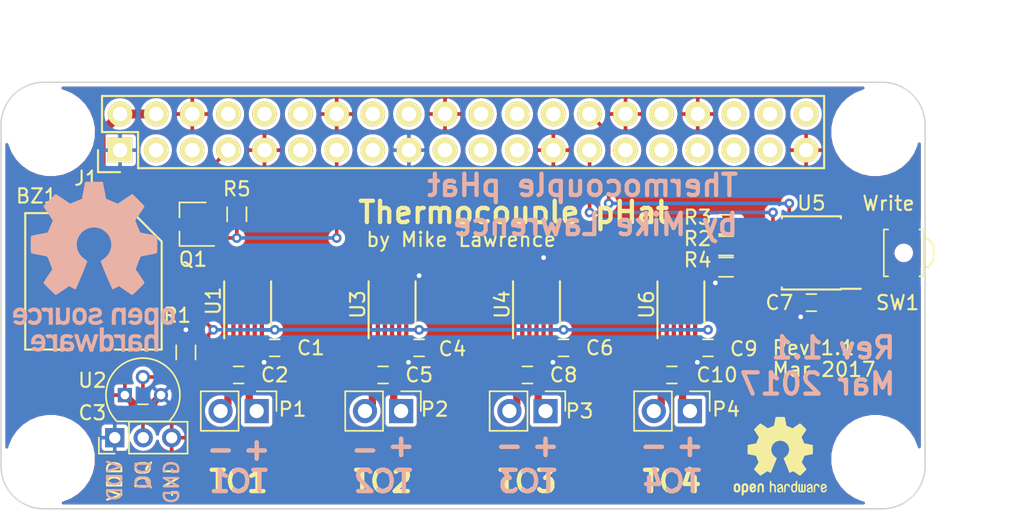
<source format=kicad_pcb>
(kicad_pcb (version 4) (host pcbnew 4.0.5)
  (layers (0 F.Cu signal) (31 B.Cu signal) (34 B.Paste user) (35 F.Paste user) (36 B.SilkS user) (37 F.SilkS user) (38 B.Mask user hide) (39 F.Mask user hide) (44 Edge.Cuts user))
  (net 0 "")
  (net 1 "Net-(J1-Pad36)")
  (net 2 "Net-(J1-Pad40)")
  (net 3 "Net-(J1-Pad38)")
  (net 4 "Net-(J1-Pad18)")
  (net 5 "Net-(J1-Pad24)")
  (net 6 "Net-(J1-Pad22)")
  (net 7 "Net-(J1-Pad32)")
  (net 8 "Net-(J1-Pad26)")
  (net 9 "Net-(J1-Pad12)")
  (net 10 "Net-(J1-Pad16)")
  (net 11 "Net-(J1-Pad37)")
  (net 12 "Net-(J1-Pad33)")
  (net 13 "Net-(J1-Pad35)")
  (net 14 "Net-(J1-Pad31)")
  (net 15 "Net-(J1-Pad23)")
  (net 16 "Net-(J1-Pad21)")
  (net 17 "Net-(J1-Pad19)")
  (net 18 "Net-(J1-Pad3)")
  (net 19 "Net-(J1-Pad5)")
  (net 20 "Net-(J1-Pad15)")
  (net 21 "Net-(J1-Pad11)")
  (net 22 GND)
  (net 23 +3V3)
  (net 24 /ID_SC)
  (net 25 /ID_SD)
  (net 26 /W1)
  (net 27 "Net-(R4-Pad2)")
  (net 28 /TC1-)
  (net 29 /TC1+)
  (net 30 "Net-(U1-Pad11)")
  (net 31 /TC2-)
  (net 32 /TC2+)
  (net 33 "Net-(U3-Pad11)")
  (net 34 /TC3-)
  (net 35 /TC3+)
  (net 36 "Net-(U4-Pad11)")
  (net 37 /TC4-)
  (net 38 /TC4+)
  (net 39 "Net-(U6-Pad11)")
  (net 40 +5V)
  (net 41 "Net-(BZ1-Pad2)")
  (net 42 /ALERT)
  (net 43 "Net-(J1-Pad29)")
  (net 44 "Net-(J1-Pad10)")
  (net 45 "Net-(J1-Pad8)")
  (module Capacitors_SMD:C_0603 (layer F.Cu) (at 29.21 45.085 180)
    (fp_text reference C2 (at -2.54 0 180) (layer F.SilkS))
    (fp_text value 10nF hide)
    (pad 1 smd rect (at -0.75 0 180) (size 0.8 0.75) (layers F.Cu F.Paste F.Mask) (net 29 /TC1+))
    (pad 2 smd rect (at 0.75 0 180) (size 0.8 0.75) (layers F.Cu F.Paste F.Mask) (net 28 /TC1-))
  )
  (module Pin_Headers:Pin_Header_Straight_1x02_Pitch2.54mm (layer F.Cu) (at 60.96 47.625 270)
    (fp_text reference P4 (at -0.125 -2.54 360) (layer F.SilkS))
    (fp_text value CONN_01X02 hide)
    (pad 1 thru_hole rect (at 0 0 270) (size 1.7 1.7) (drill 1) (layers *.Cu *.Mask) (net 38 /TC4+))
    (pad 2 thru_hole oval (at 0 2.54 270) (size 1.7 1.7) (drill 1) (layers *.Cu *.Mask) (net 37 /TC4-))
  )
  (module Housings_DFN_QFN_ML:TDFN-10-1EP_3x4mm_Pitch0.5mm (layer F.Cu) (at 29.845 40.005 90)
    (fp_text reference U1 (at 0.127 -2.413 270) (layer F.SilkS))
    (fp_text value MAX31850K hide)
    (pad 1 smd rect (at -1.92 -1 90) (size 0.79 0.3) (layers F.Cu F.Paste F.Mask) (net 22 GND))
    (pad 2 smd rect (at -1.92 -0.5 90) (size 0.79 0.3) (layers F.Cu F.Paste F.Mask) (net 28 /TC1-))
    (pad 3 smd rect (at -1.92 0 90) (size 0.79 0.3) (layers F.Cu F.Paste F.Mask) (net 29 /TC1+))
    (pad 4 smd rect (at -1.92 0.5 90) (size 0.79 0.3) (layers F.Cu F.Paste F.Mask) (net 23 +3V3))
    (pad 5 smd rect (at -1.92 1 90) (size 0.79 0.3) (layers F.Cu F.Paste F.Mask) (net 26 /W1))
    (pad 6 smd rect (at 1.92 1 90) (size 0.79 0.3) (layers F.Cu F.Paste F.Mask) (net 22 GND))
    (pad 7 smd rect (at 1.92 0.5 90) (size 0.79 0.3) (layers F.Cu F.Paste F.Mask) (net 22 GND))
    (pad 8 smd rect (at 1.92 0 90) (size 0.79 0.3) (layers F.Cu F.Paste F.Mask) (net 22 GND))
    (pad 9 smd rect (at 1.92 -0.5 90) (size 0.79 0.3) (layers F.Cu F.Paste F.Mask) (net 22 GND))
    (pad 10 smd rect (at 1.92 -1 90) (size 0.79 0.3) (layers F.Cu F.Paste F.Mask))
    (pad 11 smd rect (at 0.65 0.575 90) (size 1.3 1.15) (layers F.Cu F.Paste F.Mask) (net 30 "Net-(U1-Pad11)"))
    (pad 11 smd rect (at 0.65 -0.575 90) (size 1.3 1.15) (layers F.Cu F.Paste F.Mask) (net 30 "Net-(U1-Pad11)"))
    (pad 11 smd rect (at -0.65 0.575 90) (size 1.3 1.15) (layers F.Cu F.Paste F.Mask) (net 30 "Net-(U1-Pad11)"))
    (pad 11 smd rect (at -0.65 -0.575 90) (size 1.3 1.15) (layers F.Cu F.Paste F.Mask) (net 30 "Net-(U1-Pad11)"))
  )
  (module RPi_Hat:RPi_Hat_Mounting_Hole (layer F.Cu) (at 16 51)
    (fp_text reference "" hide)
    (fp_text value "" hide)
    (pad "" np_thru_hole circle (at 0 0) (size 2.75 2.75) (drill 2.75) (layers *.Cu *.Mask) (clearance 1.725))
  )
  (module RPi_Hat:RPi_Hat_Mounting_Hole (layer F.Cu) (at 74 28)
    (fp_text reference "" hide)
    (fp_text value "" hide)
    (pad "" np_thru_hole circle (at 0 0) (size 2.75 2.75) (drill 2.75) (layers *.Cu *.Mask) (clearance 1.725))
  )
  (module RPi_Hat:RPi_Hat_Mounting_Hole (layer F.Cu) (at 74 51)
    (fp_text reference "" hide)
    (fp_text value "" hide)
    (pad "" np_thru_hole circle (at 0 0) (size 2.75 2.75) (drill 2.75) (layers *.Cu *.Mask) (clearance 1.725))
  )
  (module RPi_Hat:RPi_Hat_Mounting_Hole (layer F.Cu) (at 16 28)
    (fp_text reference "" hide)
    (fp_text value "" hide)
    (pad "" np_thru_hole circle (at 0 0) (size 2.75 2.75) (drill 2.75) (layers *.Cu *.Mask) (clearance 1.725))
  )
  (module Capacitors_SMD:C_0603 (layer F.Cu) (at 31.75 43.18 180)
    (fp_text reference C1 (at -2.54 0 180) (layer F.SilkS))
    (fp_text value 0.1uF hide)
    (pad 1 smd rect (at -0.75 0 180) (size 0.8 0.75) (layers F.Cu F.Paste F.Mask) (net 22 GND))
    (pad 2 smd rect (at 0.75 0 180) (size 0.8 0.75) (layers F.Cu F.Paste F.Mask) (net 23 +3V3))
  )
  (module Capacitors_SMD:C_0603 (layer F.Cu) (at 41.91 43.18 180)
    (fp_text reference C4 (at -2.34 -0.07 180) (layer F.SilkS))
    (fp_text value 0.1uF hide)
    (pad 1 smd rect (at -0.75 0 180) (size 0.8 0.75) (layers F.Cu F.Paste F.Mask) (net 22 GND))
    (pad 2 smd rect (at 0.75 0 180) (size 0.8 0.75) (layers F.Cu F.Paste F.Mask) (net 23 +3V3))
  )
  (module Capacitors_SMD:C_0603 (layer F.Cu) (at 39.37 45.085 180)
    (fp_text reference C5 (at -2.54 0 180) (layer F.SilkS))
    (fp_text value 10nF hide)
    (pad 1 smd rect (at -0.75 0 180) (size 0.8 0.75) (layers F.Cu F.Paste F.Mask) (net 32 /TC2+))
    (pad 2 smd rect (at 0.75 0 180) (size 0.8 0.75) (layers F.Cu F.Paste F.Mask) (net 31 /TC2-))
  )
  (module Capacitors_SMD:C_0603 (layer F.Cu) (at 52.07 43.18 180)
    (fp_text reference C6 (at -2.54 0 180) (layer F.SilkS))
    (fp_text value 0.1uF hide)
    (pad 1 smd rect (at -0.75 0 180) (size 0.8 0.75) (layers F.Cu F.Paste F.Mask) (net 22 GND))
    (pad 2 smd rect (at 0.75 0 180) (size 0.8 0.75) (layers F.Cu F.Paste F.Mask) (net 23 +3V3))
  )
  (module Capacitors_SMD:C_0603 (layer F.Cu) (at 69.5 40)
    (fp_text reference C7 (at -2.25 0) (layer F.SilkS))
    (fp_text value 0.1uF hide)
    (pad 1 smd rect (at -0.75 0) (size 0.8 0.75) (layers F.Cu F.Paste F.Mask) (net 23 +3V3))
    (pad 2 smd rect (at 0.75 0) (size 0.8 0.75) (layers F.Cu F.Paste F.Mask) (net 22 GND))
  )
  (module Capacitors_SMD:C_0603 (layer F.Cu) (at 49.53 45.085 180)
    (fp_text reference C8 (at -2.54 0 180) (layer F.SilkS))
    (fp_text value 10nF hide)
    (pad 1 smd rect (at -0.75 0 180) (size 0.8 0.75) (layers F.Cu F.Paste F.Mask) (net 35 /TC3+))
    (pad 2 smd rect (at 0.75 0 180) (size 0.8 0.75) (layers F.Cu F.Paste F.Mask) (net 34 /TC3-))
  )
  (module Capacitors_SMD:C_0603 (layer F.Cu) (at 62.23 43.18 180)
    (fp_text reference C9 (at -2.52 -0.07 180) (layer F.SilkS))
    (fp_text value 0.1uF hide)
    (pad 1 smd rect (at -0.75 0 180) (size 0.8 0.75) (layers F.Cu F.Paste F.Mask) (net 22 GND))
    (pad 2 smd rect (at 0.75 0 180) (size 0.8 0.75) (layers F.Cu F.Paste F.Mask) (net 23 +3V3))
  )
  (module Capacitors_SMD:C_0603 (layer F.Cu) (at 59.69 45.085 180)
    (fp_text reference C10 (at -3.175 0 180) (layer F.SilkS))
    (fp_text value 10nF hide)
    (pad 1 smd rect (at -0.75 0 180) (size 0.8 0.75) (layers F.Cu F.Paste F.Mask) (net 38 /TC4+))
    (pad 2 smd rect (at 0.75 0 180) (size 0.8 0.75) (layers F.Cu F.Paste F.Mask) (net 37 /TC4-))
  )
  (module Resistors_SMD:R_0603 (layer F.Cu) (at 25.5 43.5 90)
    (fp_text reference R1 (at 2.606 -0.608 180) (layer F.SilkS))
    (fp_text value 4.7k hide)
    (pad 1 smd rect (at -0.75 0 90) (size 0.5 0.9) (layers F.Cu F.Paste F.Mask) (net 26 /W1))
    (pad 2 smd rect (at 0.75 0 90) (size 0.5 0.9) (layers F.Cu F.Paste F.Mask) (net 23 +3V3))
  )
  (module Resistors_SMD:R_0603 (layer F.Cu) (at 63.5 36)
    (fp_text reference R2 (at -2 -0.5) (layer F.SilkS))
    (fp_text value 3.9k hide)
    (pad 1 smd rect (at -0.75 0) (size 0.5 0.9) (layers F.Cu F.Paste F.Mask) (net 23 +3V3))
    (pad 2 smd rect (at 0.75 0) (size 0.5 0.9) (layers F.Cu F.Paste F.Mask) (net 24 /ID_SC))
  )
  (module Resistors_SMD:R_0603 (layer F.Cu) (at 63.5 34.5)
    (fp_text reference R3 (at -2 -0.5) (layer F.SilkS))
    (fp_text value 3.9k hide)
    (pad 1 smd rect (at -0.75 0) (size 0.5 0.9) (layers F.Cu F.Paste F.Mask) (net 23 +3V3))
    (pad 2 smd rect (at 0.75 0) (size 0.5 0.9) (layers F.Cu F.Paste F.Mask) (net 25 /ID_SD))
  )
  (module Resistors_SMD:R_0603 (layer F.Cu) (at 63.5 37.5)
    (fp_text reference R4 (at -2 -0.5) (layer F.SilkS))
    (fp_text value 1k hide)
    (pad 1 smd rect (at -0.75 0) (size 0.5 0.9) (layers F.Cu F.Paste F.Mask) (net 23 +3V3))
    (pad 2 smd rect (at 0.75 0) (size 0.5 0.9) (layers F.Cu F.Paste F.Mask) (net 27 "Net-(R4-Pad2)"))
  )
  (module Buttons_Switches_SMD:SW_SPST_B3U-3000P-B (layer F.Cu) (at 76 36.5 270)
    (fp_text reference SW1 (at 3.505 0.435 540) (layer F.SilkS))
    (fp_text value Write hide)
    (pad 1 smd rect (at -1.7 0 270) (size 0.9 1.7) (layers F.Cu F.Paste F.Mask) (net 27 "Net-(R4-Pad2)"))
    (pad 2 smd rect (at 1.7 0 270) (size 0.9 1.7) (layers F.Cu F.Paste F.Mask) (net 22 GND))
    (pad "" np_thru_hole circle (at 0 0 270) (size 0.8 0.8) (drill 0.8) (layers *.Cu *.Mask))
  )
  (module Housings_DFN_QFN_ML:TDFN-10-1EP_3x4mm_Pitch0.5mm (layer F.Cu) (at 40.005 40.005 90)
    (fp_text reference U3 (at -0.127 -2.413 270) (layer F.SilkS))
    (fp_text value MAX31850K hide)
    (pad 1 smd rect (at -1.92 -1 90) (size 0.79 0.3) (layers F.Cu F.Paste F.Mask) (net 22 GND))
    (pad 2 smd rect (at -1.92 -0.5 90) (size 0.79 0.3) (layers F.Cu F.Paste F.Mask) (net 31 /TC2-))
    (pad 3 smd rect (at -1.92 0 90) (size 0.79 0.3) (layers F.Cu F.Paste F.Mask) (net 32 /TC2+))
    (pad 4 smd rect (at -1.92 0.5 90) (size 0.79 0.3) (layers F.Cu F.Paste F.Mask) (net 23 +3V3))
    (pad 5 smd rect (at -1.92 1 90) (size 0.79 0.3) (layers F.Cu F.Paste F.Mask) (net 26 /W1))
    (pad 6 smd rect (at 1.92 1 90) (size 0.79 0.3) (layers F.Cu F.Paste F.Mask) (net 23 +3V3))
    (pad 7 smd rect (at 1.92 0.5 90) (size 0.79 0.3) (layers F.Cu F.Paste F.Mask) (net 22 GND))
    (pad 8 smd rect (at 1.92 0 90) (size 0.79 0.3) (layers F.Cu F.Paste F.Mask) (net 22 GND))
    (pad 9 smd rect (at 1.92 -0.5 90) (size 0.79 0.3) (layers F.Cu F.Paste F.Mask) (net 22 GND))
    (pad 10 smd rect (at 1.92 -1 90) (size 0.79 0.3) (layers F.Cu F.Paste F.Mask))
    (pad 11 smd rect (at 0.65 0.575 90) (size 1.3 1.15) (layers F.Cu F.Paste F.Mask) (net 33 "Net-(U3-Pad11)"))
    (pad 11 smd rect (at 0.65 -0.575 90) (size 1.3 1.15) (layers F.Cu F.Paste F.Mask) (net 33 "Net-(U3-Pad11)"))
    (pad 11 smd rect (at -0.65 0.575 90) (size 1.3 1.15) (layers F.Cu F.Paste F.Mask) (net 33 "Net-(U3-Pad11)"))
    (pad 11 smd rect (at -0.65 -0.575 90) (size 1.3 1.15) (layers F.Cu F.Paste F.Mask) (net 33 "Net-(U3-Pad11)"))
  )
  (module Housings_DFN_QFN_ML:TDFN-10-1EP_3x4mm_Pitch0.5mm (layer F.Cu) (at 50.165 40 90)
    (fp_text reference U4 (at -0.132 -2.413 270) (layer F.SilkS))
    (fp_text value MAX31850K hide)
    (pad 1 smd rect (at -1.92 -1 90) (size 0.79 0.3) (layers F.Cu F.Paste F.Mask) (net 22 GND))
    (pad 2 smd rect (at -1.92 -0.5 90) (size 0.79 0.3) (layers F.Cu F.Paste F.Mask) (net 34 /TC3-))
    (pad 3 smd rect (at -1.92 0 90) (size 0.79 0.3) (layers F.Cu F.Paste F.Mask) (net 35 /TC3+))
    (pad 4 smd rect (at -1.92 0.5 90) (size 0.79 0.3) (layers F.Cu F.Paste F.Mask) (net 23 +3V3))
    (pad 5 smd rect (at -1.92 1 90) (size 0.79 0.3) (layers F.Cu F.Paste F.Mask) (net 26 /W1))
    (pad 6 smd rect (at 1.92 1 90) (size 0.79 0.3) (layers F.Cu F.Paste F.Mask) (net 22 GND))
    (pad 7 smd rect (at 1.92 0.5 90) (size 0.79 0.3) (layers F.Cu F.Paste F.Mask) (net 23 +3V3))
    (pad 8 smd rect (at 1.92 0 90) (size 0.79 0.3) (layers F.Cu F.Paste F.Mask) (net 22 GND))
    (pad 9 smd rect (at 1.92 -0.5 90) (size 0.79 0.3) (layers F.Cu F.Paste F.Mask) (net 22 GND))
    (pad 10 smd rect (at 1.92 -1 90) (size 0.79 0.3) (layers F.Cu F.Paste F.Mask))
    (pad 11 smd rect (at 0.65 0.575 90) (size 1.3 1.15) (layers F.Cu F.Paste F.Mask) (net 36 "Net-(U4-Pad11)"))
    (pad 11 smd rect (at 0.65 -0.575 90) (size 1.3 1.15) (layers F.Cu F.Paste F.Mask) (net 36 "Net-(U4-Pad11)"))
    (pad 11 smd rect (at -0.65 0.575 90) (size 1.3 1.15) (layers F.Cu F.Paste F.Mask) (net 36 "Net-(U4-Pad11)"))
    (pad 11 smd rect (at -0.65 -0.575 90) (size 1.3 1.15) (layers F.Cu F.Paste F.Mask) (net 36 "Net-(U4-Pad11)"))
  )
  (module Housings_SOIC:SOIC-8_3.9x4.9mm_Pitch1.27mm (layer F.Cu) (at 69.5 36.5 180)
    (fp_text reference U5 (at 0 3.5 180) (layer F.SilkS))
    (fp_text value AT24CS32 hide)
    (pad 1 smd rect (at -2.7 -1.905 180) (size 1.55 0.6) (layers F.Cu F.Paste F.Mask) (net 22 GND))
    (pad 2 smd rect (at -2.7 -0.635 180) (size 1.55 0.6) (layers F.Cu F.Paste F.Mask) (net 22 GND))
    (pad 3 smd rect (at -2.7 0.635 180) (size 1.55 0.6) (layers F.Cu F.Paste F.Mask) (net 22 GND))
    (pad 4 smd rect (at -2.7 1.905 180) (size 1.55 0.6) (layers F.Cu F.Paste F.Mask) (net 22 GND))
    (pad 5 smd rect (at 2.7 1.905 180) (size 1.55 0.6) (layers F.Cu F.Paste F.Mask) (net 25 /ID_SD))
    (pad 6 smd rect (at 2.7 0.635 180) (size 1.55 0.6) (layers F.Cu F.Paste F.Mask) (net 24 /ID_SC))
    (pad 7 smd rect (at 2.7 -0.635 180) (size 1.55 0.6) (layers F.Cu F.Paste F.Mask) (net 27 "Net-(R4-Pad2)"))
    (pad 8 smd rect (at 2.7 -1.905 180) (size 1.55 0.6) (layers F.Cu F.Paste F.Mask) (net 23 +3V3))
  )
  (module Housings_DFN_QFN_ML:TDFN-10-1EP_3x4mm_Pitch0.5mm (layer F.Cu) (at 60.325 40.005 90)
    (fp_text reference U6 (at -0.127 -2.413 270) (layer F.SilkS))
    (fp_text value MAX31850K hide)
    (pad 1 smd rect (at -1.92 -1 90) (size 0.79 0.3) (layers F.Cu F.Paste F.Mask) (net 22 GND))
    (pad 2 smd rect (at -1.92 -0.5 90) (size 0.79 0.3) (layers F.Cu F.Paste F.Mask) (net 37 /TC4-))
    (pad 3 smd rect (at -1.92 0 90) (size 0.79 0.3) (layers F.Cu F.Paste F.Mask) (net 38 /TC4+))
    (pad 4 smd rect (at -1.92 0.5 90) (size 0.79 0.3) (layers F.Cu F.Paste F.Mask) (net 23 +3V3))
    (pad 5 smd rect (at -1.92 1 90) (size 0.79 0.3) (layers F.Cu F.Paste F.Mask) (net 26 /W1))
    (pad 6 smd rect (at 1.92 1 90) (size 0.79 0.3) (layers F.Cu F.Paste F.Mask) (net 23 +3V3))
    (pad 7 smd rect (at 1.92 0.5 90) (size 0.79 0.3) (layers F.Cu F.Paste F.Mask) (net 23 +3V3))
    (pad 8 smd rect (at 1.92 0 90) (size 0.79 0.3) (layers F.Cu F.Paste F.Mask) (net 22 GND))
    (pad 9 smd rect (at 1.92 -0.5 90) (size 0.79 0.3) (layers F.Cu F.Paste F.Mask) (net 22 GND))
    (pad 10 smd rect (at 1.92 -1 90) (size 0.79 0.3) (layers F.Cu F.Paste F.Mask))
    (pad 11 smd rect (at 0.65 0.575 90) (size 1.3 1.15) (layers F.Cu F.Paste F.Mask) (net 39 "Net-(U6-Pad11)"))
    (pad 11 smd rect (at 0.65 -0.575 90) (size 1.3 1.15) (layers F.Cu F.Paste F.Mask) (net 39 "Net-(U6-Pad11)"))
    (pad 11 smd rect (at -0.65 0.575 90) (size 1.3 1.15) (layers F.Cu F.Paste F.Mask) (net 39 "Net-(U6-Pad11)"))
    (pad 11 smd rect (at -0.65 -0.575 90) (size 1.3 1.15) (layers F.Cu F.Paste F.Mask) (net 39 "Net-(U6-Pad11)"))
  )
  (module Pin_Headers:Pin_Header_Straight_1x02_Pitch2.54mm (layer F.Cu) (at 30.48 47.625 270)
    (fp_text reference P1 (at -0.125 -2.52 540) (layer F.SilkS))
    (fp_text value CONN_01X02 hide)
    (pad 1 thru_hole rect (at 0 0 270) (size 1.7 1.7) (drill 1) (layers *.Cu *.Mask) (net 29 /TC1+))
    (pad 2 thru_hole oval (at 0 2.54 270) (size 1.7 1.7) (drill 1) (layers *.Cu *.Mask) (net 28 /TC1-))
  )
  (module Pin_Headers:Pin_Header_Straight_1x02_Pitch2.54mm (layer F.Cu) (at 40.64 47.625 270)
    (fp_text reference P2 (at -0.125 -2.36 360) (layer F.SilkS))
    (fp_text value CONN_01X02 hide)
    (pad 1 thru_hole rect (at 0 0 270) (size 1.7 1.7) (drill 1) (layers *.Cu *.Mask) (net 32 /TC2+))
    (pad 2 thru_hole oval (at 0 2.54 270) (size 1.7 1.7) (drill 1) (layers *.Cu *.Mask) (net 31 /TC2-))
  )
  (module Pin_Headers:Pin_Header_Straight_1x02_Pitch2.54mm (layer F.Cu) (at 50.8 47.625 270)
    (fp_text reference P3 (at 0 -2.39 360) (layer F.SilkS))
    (fp_text value CONN_01X02 hide)
    (pad 1 thru_hole rect (at 0 0 270) (size 1.7 1.7) (drill 1) (layers *.Cu *.Mask) (net 35 /TC3+))
    (pad 2 thru_hole oval (at 0 2.54 270) (size 1.7 1.7) (drill 1) (layers *.Cu *.Mask) (net 34 /TC3-))
  )
  (module Pin_Headers:Pin_Header_Straight_1x03_Pitch2.00mm (layer F.Cu) (at 20.5 49.5 90)
    (fp_text reference P6 hide)
    (fp_text value CONN_01X03 hide)
    (pad 1 thru_hole rect (at 0 0 90) (size 1.35 1.35) (drill 0.8) (layers *.Cu *.Mask) (net 23 +3V3))
    (pad 2 thru_hole oval (at 0 2 90) (size 1.35 1.35) (drill 0.8) (layers *.Cu *.Mask) (net 26 /W1))
    (pad 3 thru_hole oval (at 0 4 90) (size 1.35 1.35) (drill 0.8) (layers *.Cu *.Mask) (net 22 GND))
  )
  (module cui-ml:CMI-9655S-SMT (layer F.Cu) (at 19 38.5 90)
    (fp_text reference BZ1 (at 6 -4 180) (layer F.SilkS))
    (fp_text value Buzzer hide)
    (pad 1 smd rect (at -4 0 90) (size 3 2.5) (layers F.Cu F.Paste F.Mask) (net 40 +5V))
    (pad 2 smd rect (at 4 0 90) (size 3 2.5) (layers F.Cu F.Paste F.Mask) (net 41 "Net-(BZ1-Pad2)"))
  )
  (module TO_SOT_Packages_SMD:TSOT-23 (layer F.Cu) (at 26 34.5 180)
    (fp_text reference Q1 (at 0 -2.45 180) (layer F.SilkS))
    (fp_text value NUD3124 hide)
    (pad 1 smd rect (at -1.31 -0.95 180) (size 1.22 0.65) (layers F.Cu F.Paste F.Mask) (net 42 /ALERT))
    (pad 2 smd rect (at -1.31 0.95 180) (size 1.22 0.65) (layers F.Cu F.Paste F.Mask) (net 22 GND))
    (pad 3 smd rect (at 1.31 0 180) (size 1.22 0.65) (layers F.Cu F.Paste F.Mask) (net 41 "Net-(BZ1-Pad2)"))
  )
  (module Symbols:OSHW-Logo2_7.3x6mm_SilkScreen (layer F.Cu) (at 67.31 50.8)
    (fp_text reference REF*** hide)
    (fp_text value OSHW-Logo2_7.3x6mm_SilkScreen hide)
  )
  (module Symbols:OSHW-Logo_11.4x12mm_SilkScreen (layer B.Cu) (at 19.05 37.465 180)
    (fp_text reference REF*** hide)
    (fp_text value OSHW-Logo_11.4x12mm_SilkScreen hide)
  )
  (module raspberry-ml:Pin_Header_Straight_2x20 (layer F.Cu) (at 45 28 90)
    (fp_text reference J1 (at -3.25 -26.5 360) (layer F.SilkS))
    (fp_text value RPi_GPIO hide)
    (pad 1 thru_hole rect (at -1.27 -24.13 90) (size 1.7272 1.7272) (drill 1.016) (layers *.Cu *.Mask F.SilkS) (net 23 +3V3))
    (pad 2 thru_hole oval (at 1.27 -24.13 90) (size 1.7272 1.7272) (drill 1.016) (layers *.Cu *.Mask F.SilkS) (net 40 +5V))
    (pad 3 thru_hole oval (at -1.27 -21.59 90) (size 1.7272 1.7272) (drill 1.016) (layers *.Cu *.Mask F.SilkS) (net 18 "Net-(J1-Pad3)"))
    (pad 4 thru_hole oval (at 1.27 -21.59 90) (size 1.7272 1.7272) (drill 1.016) (layers *.Cu *.Mask F.SilkS) (net 40 +5V))
    (pad 5 thru_hole oval (at -1.27 -19.05 90) (size 1.7272 1.7272) (drill 1.016) (layers *.Cu *.Mask F.SilkS) (net 19 "Net-(J1-Pad5)"))
    (pad 6 thru_hole oval (at 1.27 -19.05 90) (size 1.7272 1.7272) (drill 1.016) (layers *.Cu *.Mask F.SilkS) (net 22 GND))
    (pad 7 thru_hole oval (at -1.27 -16.51 90) (size 1.7272 1.7272) (drill 1.016) (layers *.Cu *.Mask F.SilkS) (net 26 /W1))
    (pad 8 thru_hole oval (at 1.27 -16.51 90) (size 1.7272 1.7272) (drill 1.016) (layers *.Cu *.Mask F.SilkS) (net 45 "Net-(J1-Pad8)"))
    (pad 9 thru_hole oval (at -1.27 -13.97 90) (size 1.7272 1.7272) (drill 1.016) (layers *.Cu *.Mask F.SilkS) (net 22 GND))
    (pad 10 thru_hole oval (at 1.27 -13.97 90) (size 1.7272 1.7272) (drill 1.016) (layers *.Cu *.Mask F.SilkS) (net 44 "Net-(J1-Pad10)"))
    (pad 11 thru_hole oval (at -1.27 -11.43 90) (size 1.7272 1.7272) (drill 1.016) (layers *.Cu *.Mask F.SilkS) (net 21 "Net-(J1-Pad11)"))
    (pad 12 thru_hole oval (at 1.27 -11.43 90) (size 1.7272 1.7272) (drill 1.016) (layers *.Cu *.Mask F.SilkS) (net 9 "Net-(J1-Pad12)"))
    (pad 13 thru_hole oval (at -1.27 -8.89 90) (size 1.7272 1.7272) (drill 1.016) (layers *.Cu *.Mask F.SilkS) (net 42 /ALERT))
    (pad 14 thru_hole oval (at 1.27 -8.89 90) (size 1.7272 1.7272) (drill 1.016) (layers *.Cu *.Mask F.SilkS) (net 22 GND))
    (pad 15 thru_hole oval (at -1.27 -6.35 90) (size 1.7272 1.7272) (drill 1.016) (layers *.Cu *.Mask F.SilkS) (net 20 "Net-(J1-Pad15)"))
    (pad 16 thru_hole oval (at 1.27 -6.35 90) (size 1.7272 1.7272) (drill 1.016) (layers *.Cu *.Mask F.SilkS) (net 10 "Net-(J1-Pad16)"))
    (pad 17 thru_hole oval (at -1.27 -3.81 90) (size 1.7272 1.7272) (drill 1.016) (layers *.Cu *.Mask F.SilkS) (net 23 +3V3))
    (pad 18 thru_hole oval (at 1.27 -3.81 90) (size 1.7272 1.7272) (drill 1.016) (layers *.Cu *.Mask F.SilkS) (net 4 "Net-(J1-Pad18)"))
    (pad 19 thru_hole oval (at -1.27 -1.27 90) (size 1.7272 1.7272) (drill 1.016) (layers *.Cu *.Mask F.SilkS) (net 17 "Net-(J1-Pad19)"))
    (pad 20 thru_hole oval (at 1.27 -1.27 90) (size 1.7272 1.7272) (drill 1.016) (layers *.Cu *.Mask F.SilkS) (net 22 GND))
    (pad 21 thru_hole oval (at -1.27 1.27 90) (size 1.7272 1.7272) (drill 1.016) (layers *.Cu *.Mask F.SilkS) (net 16 "Net-(J1-Pad21)"))
    (pad 22 thru_hole oval (at 1.27 1.27 90) (size 1.7272 1.7272) (drill 1.016) (layers *.Cu *.Mask F.SilkS) (net 6 "Net-(J1-Pad22)"))
    (pad 23 thru_hole oval (at -1.27 3.81 90) (size 1.7272 1.7272) (drill 1.016) (layers *.Cu *.Mask F.SilkS) (net 15 "Net-(J1-Pad23)"))
    (pad 24 thru_hole oval (at 1.27 3.81 90) (size 1.7272 1.7272) (drill 1.016) (layers *.Cu *.Mask F.SilkS) (net 5 "Net-(J1-Pad24)"))
    (pad 25 thru_hole oval (at -1.27 6.35 90) (size 1.7272 1.7272) (drill 1.016) (layers *.Cu *.Mask F.SilkS) (net 22 GND))
    (pad 26 thru_hole oval (at 1.27 6.35 90) (size 1.7272 1.7272) (drill 1.016) (layers *.Cu *.Mask F.SilkS) (net 8 "Net-(J1-Pad26)"))
    (pad 27 thru_hole oval (at -1.27 8.89 90) (size 1.7272 1.7272) (drill 1.016) (layers *.Cu *.Mask F.SilkS) (net 25 /ID_SD))
    (pad 28 thru_hole oval (at 1.27 8.89 90) (size 1.7272 1.7272) (drill 1.016) (layers *.Cu *.Mask F.SilkS) (net 24 /ID_SC))
    (pad 29 thru_hole oval (at -1.27 11.43 90) (size 1.7272 1.7272) (drill 1.016) (layers *.Cu *.Mask F.SilkS) (net 43 "Net-(J1-Pad29)"))
    (pad 30 thru_hole oval (at 1.27 11.43 90) (size 1.7272 1.7272) (drill 1.016) (layers *.Cu *.Mask F.SilkS) (net 22 GND))
    (pad 31 thru_hole oval (at -1.27 13.97 90) (size 1.7272 1.7272) (drill 1.016) (layers *.Cu *.Mask F.SilkS) (net 14 "Net-(J1-Pad31)"))
    (pad 32 thru_hole oval (at 1.27 13.97 90) (size 1.7272 1.7272) (drill 1.016) (layers *.Cu *.Mask F.SilkS) (net 7 "Net-(J1-Pad32)"))
    (pad 33 thru_hole oval (at -1.27 16.51 90) (size 1.7272 1.7272) (drill 1.016) (layers *.Cu *.Mask F.SilkS) (net 12 "Net-(J1-Pad33)"))
    (pad 34 thru_hole oval (at 1.27 16.51 90) (size 1.7272 1.7272) (drill 1.016) (layers *.Cu *.Mask F.SilkS) (net 22 GND))
    (pad 35 thru_hole oval (at -1.27 19.05 90) (size 1.7272 1.7272) (drill 1.016) (layers *.Cu *.Mask F.SilkS) (net 13 "Net-(J1-Pad35)"))
    (pad 36 thru_hole oval (at 1.27 19.05 90) (size 1.7272 1.7272) (drill 1.016) (layers *.Cu *.Mask F.SilkS) (net 1 "Net-(J1-Pad36)"))
    (pad 37 thru_hole oval (at -1.27 21.59 90) (size 1.7272 1.7272) (drill 1.016) (layers *.Cu *.Mask F.SilkS) (net 11 "Net-(J1-Pad37)"))
    (pad 38 thru_hole oval (at 1.27 21.59 90) (size 1.7272 1.7272) (drill 1.016) (layers *.Cu *.Mask F.SilkS) (net 3 "Net-(J1-Pad38)"))
    (pad 39 thru_hole oval (at -1.27 24.13 90) (size 1.7272 1.7272) (drill 1.016) (layers *.Cu *.Mask F.SilkS) (net 22 GND))
    (pad 40 thru_hole oval (at 1.27 24.13 90) (size 1.7272 1.7272) (drill 1.016) (layers *.Cu *.Mask F.SilkS) (net 2 "Net-(J1-Pad40)"))
  )
  (module Capacitors_SMD:C_0603 (layer F.Cu) (at 22.479 47.752)
    (fp_text reference C3 (at -3.556 0 180) (layer F.SilkS))
    (fp_text value 0.1uF hide)
    (pad 1 smd rect (at -0.75 0) (size 0.8 0.75) (layers F.Cu F.Paste F.Mask) (net 22 GND))
    (pad 2 smd rect (at 0.75 0) (size 0.8 0.75) (layers F.Cu F.Paste F.Mask) (net 23 +3V3))
  )
  (module Resistors_SMD:R_0603 (layer F.Cu) (at 29.083 33.782 270)
    (fp_text reference R5 (at -1.778 0 360) (layer F.SilkS))
    (fp_text value 4.7k)
    (pad 1 smd rect (at -0.75 0 270) (size 0.5 0.9) (layers F.Cu F.Paste F.Mask) (net 22 GND))
    (pad 2 smd rect (at 0.75 0 270) (size 0.5 0.9) (layers F.Cu F.Paste F.Mask) (net 42 /ALERT))
  )
  (module TO_SOT_Packages_THT:TO-92_Molded_Narrow (layer F.Cu) (at 21.21 46.5)
    (fp_text reference U2 (at -2.287 -1.034) (layer F.SilkS))
    (fp_text value DS18S20 hide)
    (pad 2 thru_hole circle (at 1.27 -1.27 90) (size 1 1) (drill 0.6) (layers *.Cu *.Mask) (net 26 /W1))
    (pad 3 thru_hole circle (at 2.54 0 90) (size 1 1) (drill 0.6) (layers *.Cu *.Mask) (net 23 +3V3))
    (pad 1 thru_hole rect (at 0 0 90) (size 1 1) (drill 0.6) (layers *.Cu *.Mask) (net 22 GND))
  )
  (gr_text "Thermocouple pHat" (at 37.465 33.655) (layer F.SilkS) (effects (font (size 1.5 1.5) (thickness 0.3)) (justify left)))
  (gr_text Write (at 74.93 33.02) (layer F.SilkS) (effects (font (size 1 1))))
  (gr_text DQ (at 22.5 51 90) (layer B.SilkS) (effects (font (size 1 1)) (justify left mirror)))
  (gr_text GND (at 24.5 51 90) (layer B.SilkS) (effects (font (size 1 1)) (justify left mirror)))
  (gr_text VDD (at 20.5 51 90) (layer B.SilkS) (effects (font (size 1 1)) (justify left mirror)))
  (gr_text TC1 (at 29.21 52.578) (layer B.SilkS) (effects (font (size 1.5 1.5) (thickness 0.3)) (justify mirror)))
  (gr_text - (at 27.94 50.292) (layer B.SilkS) (effects (font (size 1.5 1.5) (thickness 0.3))))
  (gr_text + (at 30.48 50.292) (layer B.SilkS) (effects (font (size 1.5 1.5) (thickness 0.3))))
  (gr_text TC3 (at 49.53 52.578) (layer B.SilkS) (effects (font (size 1.5 1.5) (thickness 0.3)) (justify mirror)))
  (gr_text + (at 50.8 50.038) (layer B.SilkS) (effects (font (size 1.5 1.5) (thickness 0.3))))
  (gr_text - (at 48.26 50.038) (layer B.SilkS) (effects (font (size 1.5 1.5) (thickness 0.3))))
  (gr_text TC2 (at 39.37 52.578) (layer B.SilkS) (effects (font (size 1.5 1.5) (thickness 0.3)) (justify mirror)))
  (gr_text + (at 40.64 50.038) (layer B.SilkS) (effects (font (size 1.5 1.5) (thickness 0.3))))
  (gr_text - (at 38.1 50.292) (layer B.SilkS) (effects (font (size 1.5 1.5) (thickness 0.3))))
  (gr_text TC4 (at 59.69 52.578) (layer B.SilkS) (effects (font (size 1.5 1.5) (thickness 0.3)) (justify mirror)))
  (gr_text - (at 58.42 50.038) (layer B.SilkS) (effects (font (size 1.5 1.5) (thickness 0.3))))
  (gr_text + (at 60.96 50.038) (layer B.SilkS) (effects (font (size 1.5 1.5) (thickness 0.3))))
  (gr_text "Mar 2017" (at 75.565 45.72) (layer B.SilkS) (effects (font (size 1.5 1.5) (thickness 0.3)) (justify left mirror)))
  (gr_text "by Mike Lawrence" (at 64.5 34.5) (layer B.SilkS) (effects (font (size 1.5 1.5) (thickness 0.3)) (justify left mirror)))
  (gr_text "Rev 1.1" (at 75.565 43.18) (layer B.SilkS) (effects (font (size 1.5 1.5) (thickness 0.3)) (justify left mirror)))
  (gr_text "Thermocouple pHat" (at 64.5 31.75) (layer B.SilkS) (effects (font (size 1.5 1.5) (thickness 0.3)) (justify left mirror)))
  (gr_text "Mar 2017" (at 66.675 44.704) (layer F.SilkS) (effects (font (size 1 1)) (justify left)))
  (gr_text "Rev 1.1" (at 66.675 43.18) (layer F.SilkS) (effects (font (size 1 1)) (justify left)))
  (gr_text "by Mike Lawrence" (at 38.1 35.56) (layer F.SilkS) (effects (font (size 1 1)) (justify left)))
  (gr_text GND (at 24.5 51 90) (layer F.SilkS) (effects (font (size 1 1)) (justify right)))
  (gr_text DQ (at 22.5 51 90) (layer F.SilkS) (effects (font (size 1 1)) (justify right)))
  (gr_text VDD (at 20.5 51 90) (layer F.SilkS) (effects (font (size 1 1)) (justify right)))
  (gr_text - (at 58.42 50.038) (layer F.SilkS) (effects (font (size 1.5 1.5) (thickness 0.3))))
  (gr_text - (at 48.26 50.038) (layer F.SilkS) (effects (font (size 1.5 1.5) (thickness 0.3))))
  (gr_text - (at 38.1 50.292) (layer F.SilkS) (effects (font (size 1.5 1.5) (thickness 0.3))))
  (gr_text + (at 60.96 50.038) (layer F.SilkS) (effects (font (size 1.5 1.5) (thickness 0.3))))
  (gr_text + (at 50.8 50.038) (layer F.SilkS) (effects (font (size 1.5 1.5) (thickness 0.3))))
  (gr_text + (at 40.64 50.038) (layer F.SilkS) (effects (font (size 1.5 1.5) (thickness 0.3))))
  (gr_text - (at 27.94 50.292) (layer F.SilkS) (effects (font (size 1.5 1.5) (thickness 0.3))))
  (gr_text + (at 30.48 50.292) (layer F.SilkS) (effects (font (size 1.5 1.5) (thickness 0.3))))
  (gr_text TC4 (at 59.69 52.578) (layer F.SilkS) (effects (font (size 1.5 1.5) (thickness 0.3))))
  (gr_text TC3 (at 49.53 52.578) (layer F.SilkS) (effects (font (size 1.5 1.5) (thickness 0.3))))
  (gr_text TC2 (at 39.37 52.578) (layer F.SilkS) (effects (font (size 1.5 1.5) (thickness 0.3))))
  (gr_text TC1 (at 29.21 52.578) (layer F.SilkS) (effects (font (size 1.5 1.5) (thickness 0.3))))
  (gr_arc (start 74.5 51.5) (end 77.5 51.5) (angle 90) (layer Edge.Cuts) (width 0.1))
  (gr_arc (start 15.5 51.5) (end 15.5 54.5) (angle 90) (layer Edge.Cuts) (width 0.1))
  (gr_arc (start 15.5 27.5) (end 12.5 27.5) (angle 90) (layer Edge.Cuts) (width 0.1))
  (gr_arc (start 74.5 27.5) (end 74.5 24.5) (angle 90) (layer Edge.Cuts) (width 0.1))
  (gr_line (start 12.5 27.5) (end 12.5 51.5) (layer Edge.Cuts) (width 0.1))
  (gr_line (start 15.5 54.5) (end 74.5 54.5) (angle 90) (layer Edge.Cuts) (width 0.1))
  (gr_line (start 77.5 27.5) (end 77.5 51.5) (angle 90) (layer Edge.Cuts) (width 0.1))
  (gr_line (start 15.5 24.5) (end 74.5 24.5) (angle 90) (layer Edge.Cuts) (width 0.1))
  (segment (start 21.729 47.752) (end 21.729 47.019) (width 0.508) (layer F.Cu) (net 22))
  (segment (start 21.729 47.019) (end 21.21 46.5) (width 0.508) (layer F.Cu) (net 22))
  (segment (start 59.325 41.925) (end 59.325 42.574) (width 0.254) (layer F.Cu) (net 22))
  (segment (start 60.325 38.085) (end 60.325 37.436) (width 0.254) (layer F.Cu) (net 22))
  (segment (start 60.325 37.436) (end 60.198 37.309) (width 0.254) (layer F.Cu) (net 22))
  (segment (start 59.944 37.317) (end 59.944 37.084) (width 0.254) (layer F.Cu) (net 22))
  (segment (start 59.825 38.085) (end 59.825 37.436) (width 0.254) (layer F.Cu) (net 22))
  (segment (start 59.825 37.436) (end 59.944 37.317) (width 0.254) (layer F.Cu) (net 22))
  (segment (start 51.165 38.08) (end 51.796 38.08) (width 0.254) (layer F.Cu) (net 22))
  (segment (start 51.165 38.08) (end 51.165 37.431) (width 0.254) (layer F.Cu) (net 22))
  (segment (start 51.165 37.431) (end 51.258 37.338) (width 0.254) (layer F.Cu) (net 22))
  (segment (start 50.165 38.08) (end 50.165 37.431) (width 0.254) (layer F.Cu) (net 22))
  (segment (start 50.165 37.431) (end 50.038 37.304) (width 0.254) (layer F.Cu) (net 22))
  (segment (start 49.665 38.08) (end 49.665 37.431) (width 0.254) (layer F.Cu) (net 22))
  (segment (start 49.665 37.431) (end 49.53 37.296) (width 0.254) (layer F.Cu) (net 22))
  (segment (start 49.165 41.92) (end 49.165 42.815) (width 0.254) (layer F.Cu) (net 22))
  (segment (start 39.005 41.925) (end 39.005 42.815) (width 0.254) (layer F.Cu) (net 22))
  (segment (start 40.505 38.085) (end 40.505 37.219) (width 0.254) (layer F.Cu) (net 22))
  (segment (start 40.005 38.085) (end 40.005 37.436) (width 0.254) (layer F.Cu) (net 22))
  (segment (start 40.005 37.436) (end 40.132 37.309) (width 0.254) (layer F.Cu) (net 22))
  (segment (start 39.624 37.317) (end 39.624 37.084) (width 0.254) (layer F.Cu) (net 22))
  (segment (start 39.505 38.085) (end 39.505 37.436) (width 0.254) (layer F.Cu) (net 22))
  (segment (start 39.505 37.436) (end 39.624 37.317) (width 0.254) (layer F.Cu) (net 22))
  (segment (start 28.845 41.925) (end 28.845 42.574) (width 0.254) (layer F.Cu) (net 22))
  (segment (start 28.845 42.574) (end 28.747 42.672) (width 0.254) (layer F.Cu) (net 22))
  (segment (start 29.345 38.085) (end 29.845 38.085) (width 0.254) (layer F.Cu) (net 22))
  (segment (start 29.845 38.085) (end 29.845 37.436) (width 0.254) (layer F.Cu) (net 22))
  (segment (start 29.845 37.436) (end 29.718 37.309) (width 0.254) (layer F.Cu) (net 22))
  (segment (start 30.345 38.085) (end 30.345 37.436) (width 0.254) (layer F.Cu) (net 22))
  (segment (start 30.345 37.436) (end 30.226 37.317) (width 0.254) (layer F.Cu) (net 22))
  (segment (start 30.845 38.085) (end 30.845 37.436) (width 0.254) (layer F.Cu) (net 22))
  (segment (start 30.845 37.436) (end 30.734 37.325) (width 0.254) (layer F.Cu) (net 22))
  (segment (start 29.345 38.085) (end 29.345 37.219) (width 0.254) (layer F.Cu) (net 22))
  (segment (start 23.229 47.752) (end 23.229 47.021) (width 0.508) (layer F.Cu) (net 23))
  (segment (start 23.229 47.021) (end 23.75 46.5) (width 0.508) (layer F.Cu) (net 23))
  (segment (start 25.5 42.75) (end 25.5 41.91) (width 0.254) (layer F.Cu) (net 23))
  (via (at 25.5 41.91) (size 0.6858) (drill 0.3302) (layers F.Cu B.Cu) (net 23))
  (segment (start 68.75 41) (end 68.75 40.75) (width 0.508) (layer F.Cu) (net 23))
  (segment (start 68.75 40) (end 68.395 40) (width 0.508) (layer F.Cu) (net 23))
  (segment (start 68.395 40) (end 66.8 38.405) (width 0.508) (layer F.Cu) (net 23))
  (segment (start 68.75 40) (end 68.75 40.75) (width 0.508) (layer F.Cu) (net 23))
  (via (at 68.75 41) (size 0.6858) (drill 0.3302) (layers F.Cu B.Cu) (net 23))
  (segment (start 61.48 43.18) (end 61.48 44.184) (width 0.508) (layer F.Cu) (net 23))
  (via (at 61.48 44.196) (size 0.6858) (drill 0.3302) (layers F.Cu B.Cu) (net 23))
  (segment (start 61.48 44.184) (end 61.468 44.196) (width 0.508) (layer F.Cu) (net 23))
  (segment (start 51.32 43.18) (end 51.32 44.184) (width 0.508) (layer F.Cu) (net 23))
  (segment (start 51.32 44.184) (end 51.308 44.196) (width 0.508) (layer F.Cu) (net 23))
  (via (at 51.32 44.196) (size 0.6858) (drill 0.3302) (layers F.Cu B.Cu) (net 23))
  (segment (start 41.16 43.18) (end 41.16 44.184) (width 0.508) (layer F.Cu) (net 23))
  (segment (start 41.16 44.184) (end 41.148 44.196) (width 0.508) (layer F.Cu) (net 23))
  (via (at 41.16 44.196) (size 0.6858) (drill 0.3302) (layers F.Cu B.Cu) (net 23))
  (segment (start 31 43.18) (end 31 44.184) (width 0.508) (layer F.Cu) (net 23))
  (segment (start 31 44.184) (end 30.988 44.196) (width 0.508) (layer F.Cu) (net 23))
  (via (at 31 44.196) (size 0.6858) (drill 0.3302) (layers F.Cu B.Cu) (net 23))
  (segment (start 31 43.18) (end 30.345 42.525) (width 0.254) (layer F.Cu) (net 23))
  (segment (start 30.345 42.525) (end 30.345 41.925) (width 0.254) (layer F.Cu) (net 23))
  (segment (start 41.16 43.18) (end 40.505 42.525) (width 0.254) (layer F.Cu) (net 23))
  (segment (start 40.505 42.525) (end 40.505 41.925) (width 0.254) (layer F.Cu) (net 23))
  (segment (start 51.32 43.18) (end 50.665 42.525) (width 0.254) (layer F.Cu) (net 23))
  (segment (start 50.665 42.525) (end 50.665 41.92) (width 0.254) (layer F.Cu) (net 23))
  (segment (start 60.825 41.925) (end 60.825 42.525) (width 0.254) (layer F.Cu) (net 23))
  (segment (start 60.825 42.525) (end 61.48 43.18) (width 0.254) (layer F.Cu) (net 23))
  (segment (start 62.75 37.5) (end 62.75 38.596) (width 0.254) (layer F.Cu) (net 23))
  (via (at 62.75 38.608) (size 0.6858) (drill 0.3302) (layers F.Cu B.Cu) (net 23))
  (segment (start 62.75 36) (end 62.75 34.5) (width 0.254) (layer F.Cu) (net 23))
  (segment (start 62.75 37.5) (end 62.75 36) (width 0.254) (layer F.Cu) (net 23))
  (segment (start 61.325 38.085) (end 62.165 38.085) (width 0.254) (layer F.Cu) (net 23))
  (segment (start 62.165 38.085) (end 62.75 37.5) (width 0.254) (layer F.Cu) (net 23))
  (segment (start 60.825 38.085) (end 61.325 38.085) (width 0.254) (layer F.Cu) (net 23))
  (segment (start 50.665 36.83) (end 50.665 38.08) (width 0.254) (layer F.Cu) (net 23))
  (segment (start 50.665 38.08) (end 50.665 36.965) (width 0.254) (layer F.Cu) (net 23))
  (via (at 50.665 36.83) (size 0.6858) (drill 0.3302) (layers F.Cu B.Cu) (net 23))
  (segment (start 41.005 38.085) (end 41.895 38.085) (width 0.254) (layer F.Cu) (net 23))
  (segment (start 41.895 38.085) (end 41.91 38.1) (width 0.254) (layer F.Cu) (net 23))
  (via (at 41.91 38.1) (size 0.6858) (drill 0.3302) (layers F.Cu B.Cu) (net 23))
  (segment (start 55.245 33.02) (end 55.245 28.085) (width 0.254) (layer F.Cu) (net 24))
  (segment (start 55.245 28.085) (end 53.89 26.73) (width 0.254) (layer F.Cu) (net 24))
  (segment (start 58.42 33.02) (end 55.245 33.02) (width 0.254) (layer B.Cu) (net 24))
  (via (at 55.245 33.02) (size 0.6858) (drill 0.3302) (layers F.Cu B.Cu) (net 24))
  (segment (start 67.945 33.02) (end 58.42 33.02) (width 0.254) (layer B.Cu) (net 24))
  (segment (start 66.8 35.865) (end 67.275 35.865) (width 0.254) (layer F.Cu) (net 24))
  (segment (start 67.945 35.027922) (end 67.945 33.02) (width 0.254) (layer F.Cu) (net 24))
  (segment (start 67.275 35.865) (end 67.945 35.195) (width 0.254) (layer F.Cu) (net 24))
  (segment (start 67.945 35.195) (end 67.945 35.027922) (width 0.254) (layer F.Cu) (net 24))
  (via (at 67.945 33.02) (size 0.6858) (drill 0.3302) (layers F.Cu B.Cu) (net 24))
  (segment (start 64.25 36) (end 66.665 36) (width 0.254) (layer F.Cu) (net 24))
  (segment (start 66.665 36) (end 66.8 35.865) (width 0.254) (layer F.Cu) (net 24))
  (segment (start 53.9 33.655) (end 53.9 29.28) (width 0.254) (layer F.Cu) (net 25))
  (segment (start 53.9 29.28) (end 53.89 29.27) (width 0.254) (layer F.Cu) (net 25))
  (segment (start 54.3 33.655) (end 53.975 33.655) (width 0.254) (layer B.Cu) (net 25))
  (segment (start 58.275 33.655) (end 54.3 33.655) (width 0.254) (layer B.Cu) (net 25))
  (segment (start 54.3 33.655) (end 53.9 33.655) (width 0.254) (layer B.Cu) (net 25))
  (via (at 53.9 33.655) (size 0.6858) (drill 0.3302) (layers F.Cu B.Cu) (net 25))
  (segment (start 66.8 33.655) (end 58.275 33.655) (width 0.254) (layer B.Cu) (net 25))
  (segment (start 66.8 33.655) (end 66.8 34.595) (width 0.254) (layer F.Cu) (net 25))
  (via (at 66.8 33.655) (size 0.6858) (drill 0.3302) (layers F.Cu B.Cu) (net 25))
  (segment (start 66.8 34.595) (end 64.345 34.595) (width 0.254) (layer F.Cu) (net 25))
  (segment (start 64.345 34.595) (end 64.25 34.5) (width 0.254) (layer F.Cu) (net 25))
  (segment (start 22.48 45.23) (end 22.48 49.48) (width 0.254) (layer F.Cu) (net 26))
  (segment (start 22.48 49.48) (end 22.5 49.5) (width 0.254) (layer F.Cu) (net 26))
  (segment (start 22.48 45.23) (end 25.024 45.23) (width 0.254) (layer F.Cu) (net 26))
  (segment (start 25.024 45.23) (end 25.5 44.754) (width 0.254) (layer F.Cu) (net 26))
  (segment (start 25.5 44.754) (end 25.5 44.25) (width 0.254) (layer F.Cu) (net 26))
  (segment (start 27.432 41.91) (end 26.162 40.64) (width 0.254) (layer F.Cu) (net 26))
  (segment (start 26.162 40.64) (end 26.162 31.598) (width 0.254) (layer F.Cu) (net 26))
  (segment (start 26.162 31.598) (end 28.49 29.27) (width 0.254) (layer F.Cu) (net 26))
  (segment (start 27.432 41.91) (end 27.089101 42.252899) (width 0.254) (layer F.Cu) (net 26))
  (segment (start 27.089101 42.252899) (end 27.089101 42.860899) (width 0.254) (layer F.Cu) (net 26))
  (segment (start 27.089101 42.860899) (end 25.7 44.25) (width 0.254) (layer F.Cu) (net 26))
  (segment (start 25.7 44.25) (end 25.5 44.25) (width 0.254) (layer F.Cu) (net 26))
  (segment (start 31.75 41.91) (end 27.432 41.91) (width 0.254) (layer B.Cu) (net 26))
  (via (at 27.432 41.91) (size 0.6858) (drill 0.3302) (layers F.Cu B.Cu) (net 26))
  (segment (start 62.23 41.91) (end 52.07 41.91) (width 0.254) (layer B.Cu) (net 26))
  (segment (start 61.325 41.925) (end 62.215 41.925) (width 0.254) (layer F.Cu) (net 26))
  (segment (start 62.215 41.925) (end 62.23 41.91) (width 0.254) (layer F.Cu) (net 26))
  (via (at 62.23 41.91) (size 0.6858) (drill 0.3302) (layers F.Cu B.Cu) (net 26))
  (segment (start 52.07 41.91) (end 41.91 41.91) (width 0.254) (layer B.Cu) (net 26))
  (segment (start 51.165 41.92) (end 52.06 41.92) (width 0.254) (layer F.Cu) (net 26))
  (segment (start 52.06 41.92) (end 52.07 41.91) (width 0.254) (layer F.Cu) (net 26))
  (via (at 52.07 41.91) (size 0.6858) (drill 0.3302) (layers F.Cu B.Cu) (net 26))
  (segment (start 41.91 41.91) (end 41.02 41.91) (width 0.254) (layer F.Cu) (net 26))
  (segment (start 41.02 41.91) (end 41.005 41.925) (width 0.254) (layer F.Cu) (net 26))
  (segment (start 31.75 41.91) (end 41.91 41.91) (width 0.254) (layer B.Cu) (net 26))
  (via (at 41.91 41.91) (size 0.6858) (drill 0.3302) (layers F.Cu B.Cu) (net 26))
  (segment (start 30.845 41.925) (end 31.735 41.925) (width 0.254) (layer F.Cu) (net 26))
  (segment (start 31.735 41.925) (end 31.75 41.91) (width 0.254) (layer F.Cu) (net 26))
  (via (at 31.75 41.91) (size 0.6858) (drill 0.3302) (layers F.Cu B.Cu) (net 26))
  (segment (start 76 34.8) (end 76 34.096) (width 0.254) (layer F.Cu) (net 27))
  (segment (start 76 34.096) (end 74.924 33.02) (width 0.254) (layer F.Cu) (net 27))
  (segment (start 74.924 33.02) (end 71.39 33.02) (width 0.254) (layer F.Cu) (net 27))
  (segment (start 71.39 33.02) (end 67.275 37.135) (width 0.254) (layer F.Cu) (net 27))
  (segment (start 67.275 37.135) (end 66.8 37.135) (width 0.254) (layer F.Cu) (net 27))
  (segment (start 66.8 37.135) (end 64.615 37.135) (width 0.254) (layer F.Cu) (net 27))
  (segment (start 64.615 37.135) (end 64.25 37.5) (width 0.254) (layer F.Cu) (net 27))
  (segment (start 28.46 45.085) (end 28.46 47.105) (width 0.508) (layer F.Cu) (net 28))
  (segment (start 28.46 47.105) (end 27.94 47.625) (width 0.508) (layer F.Cu) (net 28))
  (segment (start 28.46 45.085) (end 28.435 45.085) (width 0.508) (layer F.Cu) (net 28))
  (segment (start 28.46 45.085) (end 28.46 44.456) (width 0.254) (layer F.Cu) (net 28))
  (segment (start 28.46 44.456) (end 29.345 43.571) (width 0.254) (layer F.Cu) (net 28))
  (segment (start 29.345 43.571) (end 29.345 42.574) (width 0.254) (layer F.Cu) (net 28))
  (segment (start 29.345 42.574) (end 29.345 41.925) (width 0.254) (layer F.Cu) (net 28))
  (segment (start 28.485 45.085) (end 28.46 45.085) (width 0.254) (layer F.Cu) (net 28))
  (segment (start 29.96 45.085) (end 29.96 47.105) (width 0.508) (layer F.Cu) (net 29))
  (segment (start 29.96 47.105) (end 30.48 47.625) (width 0.508) (layer F.Cu) (net 29))
  (segment (start 29.96 45.085) (end 29.96 44.456) (width 0.254) (layer F.Cu) (net 29))
  (segment (start 29.96 44.456) (end 29.845 44.341) (width 0.254) (layer F.Cu) (net 29))
  (segment (start 29.845 44.341) (end 29.845 42.574) (width 0.254) (layer F.Cu) (net 29))
  (segment (start 29.845 42.574) (end 29.845 41.925) (width 0.254) (layer F.Cu) (net 29))
  (segment (start 29.27 40.655) (end 30.42 40.655) (width 1.016) (layer F.Cu) (net 30))
  (segment (start 29.27 39.355) (end 29.27 40.655) (width 1.016) (layer F.Cu) (net 30))
  (segment (start 30.42 39.355) (end 29.27 39.355) (width 1.016) (layer F.Cu) (net 30))
  (segment (start 38.62 45.085) (end 38.62 47.105) (width 0.508) (layer F.Cu) (net 31))
  (segment (start 38.62 47.105) (end 38.1 47.625) (width 0.508) (layer F.Cu) (net 31))
  (segment (start 38.62 45.085) (end 38.62 44.456) (width 0.254) (layer F.Cu) (net 31))
  (segment (start 39.505 42.574) (end 39.505 41.925) (width 0.254) (layer F.Cu) (net 31))
  (segment (start 38.62 44.456) (end 39.505 43.571) (width 0.254) (layer F.Cu) (net 31))
  (segment (start 39.505 43.571) (end 39.505 42.574) (width 0.254) (layer F.Cu) (net 31))
  (segment (start 38.645 45.085) (end 38.62 45.085) (width 0.254) (layer F.Cu) (net 31))
  (segment (start 40.12 45.085) (end 40.12 47.105) (width 0.508) (layer F.Cu) (net 32))
  (segment (start 40.12 47.105) (end 40.64 47.625) (width 0.508) (layer F.Cu) (net 32))
  (segment (start 40.12 45.085) (end 40.12 44.456) (width 0.254) (layer F.Cu) (net 32))
  (segment (start 40.12 44.456) (end 40.005 44.341) (width 0.254) (layer F.Cu) (net 32))
  (segment (start 40.005 44.341) (end 40.005 42.574) (width 0.254) (layer F.Cu) (net 32))
  (segment (start 40.005 42.574) (end 40.005 41.925) (width 0.254) (layer F.Cu) (net 32))
  (segment (start 39.43 40.655) (end 40.58 40.655) (width 1.016) (layer F.Cu) (net 33))
  (segment (start 39.43 39.355) (end 39.43 40.655) (width 1.016) (layer F.Cu) (net 33))
  (segment (start 40.58 39.355) (end 39.43 39.355) (width 1.016) (layer F.Cu) (net 33))
  (segment (start 48.78 45.085) (end 48.78 47.105) (width 0.508) (layer F.Cu) (net 34))
  (segment (start 48.78 47.105) (end 48.26 47.625) (width 0.508) (layer F.Cu) (net 34))
  (segment (start 48.78 45.085) (end 48.78 44.456) (width 0.254) (layer F.Cu) (net 34))
  (segment (start 48.78 44.456) (end 49.665 43.571) (width 0.254) (layer F.Cu) (net 34))
  (segment (start 49.665 43.571) (end 49.665 42.569) (width 0.254) (layer F.Cu) (net 34))
  (segment (start 49.665 42.569) (end 49.665 41.92) (width 0.254) (layer F.Cu) (net 34))
  (segment (start 48.805 45.085) (end 48.78 45.085) (width 0.254) (layer F.Cu) (net 34))
  (segment (start 50.28 45.085) (end 50.28 47.105) (width 0.508) (layer F.Cu) (net 35))
  (segment (start 50.28 47.105) (end 50.8 47.625) (width 0.508) (layer F.Cu) (net 35))
  (segment (start 50.28 45.085) (end 50.28 44.456) (width 0.254) (layer F.Cu) (net 35))
  (segment (start 50.28 44.456) (end 50.165 44.341) (width 0.254) (layer F.Cu) (net 35))
  (segment (start 50.165 44.341) (end 50.165 42.569) (width 0.254) (layer F.Cu) (net 35))
  (segment (start 50.165 42.569) (end 50.165 41.92) (width 0.254) (layer F.Cu) (net 35))
  (segment (start 49.59 40.65) (end 50.74 40.65) (width 1.016) (layer F.Cu) (net 36))
  (segment (start 49.59 39.35) (end 49.59 40.65) (width 1.016) (layer F.Cu) (net 36))
  (segment (start 50.74 39.35) (end 49.59 39.35) (width 1.016) (layer F.Cu) (net 36))
  (segment (start 58.94 45.085) (end 58.94 47.105) (width 0.508) (layer F.Cu) (net 37))
  (segment (start 58.94 47.105) (end 58.42 47.625) (width 0.508) (layer F.Cu) (net 37))
  (segment (start 59.825 41.925) (end 59.825 42.472922) (width 0.254) (layer F.Cu) (net 37))
  (segment (start 59.825 42.472922) (end 59.842409 42.490331) (width 0.254) (layer F.Cu) (net 37))
  (segment (start 59.842409 42.490331) (end 59.842409 43.553591) (width 0.254) (layer F.Cu) (net 37))
  (segment (start 59.842409 43.553591) (end 58.94 44.456) (width 0.254) (layer F.Cu) (net 37))
  (segment (start 58.94 44.456) (end 58.94 45.085) (width 0.254) (layer F.Cu) (net 37))
  (segment (start 60.44 45.085) (end 60.44 47.105) (width 0.508) (layer F.Cu) (net 38))
  (segment (start 60.44 47.105) (end 60.96 47.625) (width 0.508) (layer F.Cu) (net 38))
  (segment (start 60.44 45.085) (end 60.44 44.456) (width 0.254) (layer F.Cu) (net 38))
  (segment (start 60.44 44.456) (end 60.325 44.341) (width 0.254) (layer F.Cu) (net 38))
  (segment (start 60.325 44.341) (end 60.325 42.574) (width 0.254) (layer F.Cu) (net 38))
  (segment (start 60.325 42.574) (end 60.325 41.925) (width 0.254) (layer F.Cu) (net 38))
  (segment (start 59.75 40.655) (end 60.9 40.655) (width 1.016) (layer F.Cu) (net 39))
  (segment (start 59.75 39.355) (end 59.75 40.655) (width 1.016) (layer F.Cu) (net 39))
  (segment (start 60.9 39.355) (end 59.75 39.355) (width 1.016) (layer F.Cu) (net 39))
  (segment (start 20.87 26.73) (end 23.41 26.73) (width 0.635) (layer F.Cu) (net 40))
  (segment (start 17.280099 32.624079) (end 19.536499 30.367679) (width 0.635) (layer F.Cu) (net 40))
  (segment (start 19.536499 30.367679) (end 19.536499 28.063501) (width 0.635) (layer F.Cu) (net 40))
  (segment (start 19.536499 28.063501) (end 20.006401 27.593599) (width 0.635) (layer F.Cu) (net 40))
  (segment (start 20.006401 27.593599) (end 20.87 26.73) (width 0.635) (layer F.Cu) (net 40))
  (segment (start 17.280099 38.645099) (end 17.280099 32.624079) (width 0.635) (layer F.Cu) (net 40))
  (segment (start 17.280099 38.645099) (end 19 40.365) (width 0.635) (layer F.Cu) (net 40))
  (segment (start 19 40.365) (end 19 42.5) (width 0.635) (layer F.Cu) (net 40))
  (segment (start 24.69 34.5) (end 19 34.5) (width 0.635) (layer F.Cu) (net 41))
  (segment (start 29.083 35.45) (end 29.083 34.532) (width 0.254) (layer F.Cu) (net 42))
  (segment (start 36.11 35.45) (end 36.11 29.27) (width 0.254) (layer F.Cu) (net 42))
  (segment (start 36.11 35.45) (end 29.083 35.45) (width 0.254) (layer B.Cu) (net 42))
  (via (at 36.11 35.45) (size 0.6858) (drill 0.3302) (layers F.Cu B.Cu) (net 42))
  (segment (start 27.31 35.45) (end 29.083 35.45) (width 0.254) (layer F.Cu) (net 42))
  (via (at 29.083 35.45) (size 0.6858) (drill 0.3302) (layers F.Cu B.Cu) (net 42))
  (zone (net 22) (net_name GND) (layer F.Cu) (connect_pads (clearance 0.254)) (min_thickness 0.2032) (fill yes (arc_segments 32) (thermal_gap 0.254) (thermal_bridge_width 0.254))
    (polygon (pts (xy 12.5 24.5) (xy 77.5 24.5) (xy 77.5 54.5) (xy 12.5 54.5)))
  )
  (zone (net 23) (net_name +3V3) (layer B.Cu) (connect_pads (clearance 0.254)) (min_thickness 0.2032) (fill yes (arc_segments 32) (thermal_gap 0.254) (thermal_bridge_width 0.254))
    (polygon (pts (xy 12.5 24.5) (xy 77.5 24.5) (xy 77.5 54.5) (xy 12.5 54.5)))
  )
)
</source>
